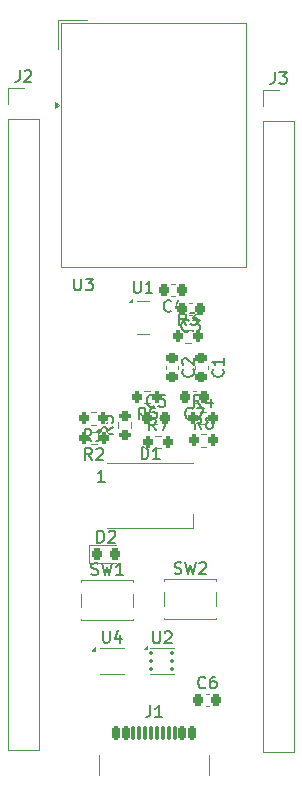
<source format=gto>
%TF.GenerationSoftware,KiCad,Pcbnew,8.0.3*%
%TF.CreationDate,2024-10-04T21:01:27+05:30*%
%TF.ProjectId,TP4056,54503430-3536-42e6-9b69-6361645f7063,rev?*%
%TF.SameCoordinates,Original*%
%TF.FileFunction,Legend,Top*%
%TF.FilePolarity,Positive*%
%FSLAX46Y46*%
G04 Gerber Fmt 4.6, Leading zero omitted, Abs format (unit mm)*
G04 Created by KiCad (PCBNEW 8.0.3) date 2024-10-04 21:01:27*
%MOMM*%
%LPD*%
G01*
G04 APERTURE LIST*
G04 Aperture macros list*
%AMRoundRect*
0 Rectangle with rounded corners*
0 $1 Rounding radius*
0 $2 $3 $4 $5 $6 $7 $8 $9 X,Y pos of 4 corners*
0 Add a 4 corners polygon primitive as box body*
4,1,4,$2,$3,$4,$5,$6,$7,$8,$9,$2,$3,0*
0 Add four circle primitives for the rounded corners*
1,1,$1+$1,$2,$3*
1,1,$1+$1,$4,$5*
1,1,$1+$1,$6,$7*
1,1,$1+$1,$8,$9*
0 Add four rect primitives between the rounded corners*
20,1,$1+$1,$2,$3,$4,$5,0*
20,1,$1+$1,$4,$5,$6,$7,0*
20,1,$1+$1,$6,$7,$8,$9,0*
20,1,$1+$1,$8,$9,$2,$3,0*%
%AMOutline5P*
0 Free polygon, 5 corners , with rotation*
0 The origin of the aperture is its center*
0 number of corners: always 5*
0 $1 to $10 corner X, Y*
0 $11 Rotation angle, in degrees counterclockwise*
0 create outline with 5 corners*
4,1,5,$1,$2,$3,$4,$5,$6,$7,$8,$9,$10,$1,$2,$11*%
%AMOutline6P*
0 Free polygon, 6 corners , with rotation*
0 The origin of the aperture is its center*
0 number of corners: always 6*
0 $1 to $12 corner X, Y*
0 $13 Rotation angle, in degrees counterclockwise*
0 create outline with 6 corners*
4,1,6,$1,$2,$3,$4,$5,$6,$7,$8,$9,$10,$11,$12,$1,$2,$13*%
%AMOutline7P*
0 Free polygon, 7 corners , with rotation*
0 The origin of the aperture is its center*
0 number of corners: always 7*
0 $1 to $14 corner X, Y*
0 $15 Rotation angle, in degrees counterclockwise*
0 create outline with 7 corners*
4,1,7,$1,$2,$3,$4,$5,$6,$7,$8,$9,$10,$11,$12,$13,$14,$1,$2,$15*%
%AMOutline8P*
0 Free polygon, 8 corners , with rotation*
0 The origin of the aperture is its center*
0 number of corners: always 8*
0 $1 to $16 corner X, Y*
0 $17 Rotation angle, in degrees counterclockwise*
0 create outline with 8 corners*
4,1,8,$1,$2,$3,$4,$5,$6,$7,$8,$9,$10,$11,$12,$13,$14,$15,$16,$1,$2,$17*%
G04 Aperture macros list end*
%ADD10C,0.150000*%
%ADD11C,0.120000*%
%ADD12RoundRect,0.225000X-0.250000X0.225000X-0.250000X-0.225000X0.250000X-0.225000X0.250000X0.225000X0*%
%ADD13RoundRect,0.200000X-0.200000X-0.275000X0.200000X-0.275000X0.200000X0.275000X-0.200000X0.275000X0*%
%ADD14RoundRect,0.200000X0.275000X-0.200000X0.275000X0.200000X-0.275000X0.200000X-0.275000X-0.200000X0*%
%ADD15R,0.600000X0.400000*%
%ADD16R,0.700000X1.600000*%
%ADD17RoundRect,0.200000X0.200000X0.275000X-0.200000X0.275000X-0.200000X-0.275000X0.200000X-0.275000X0*%
%ADD18R,1.050000X0.650000*%
%ADD19R,1.500000X0.900000*%
%ADD20RoundRect,0.218750X-0.218750X-0.256250X0.218750X-0.256250X0.218750X0.256250X-0.218750X0.256250X0*%
%ADD21RoundRect,0.225000X-0.225000X-0.250000X0.225000X-0.250000X0.225000X0.250000X-0.225000X0.250000X0*%
%ADD22R,1.700000X1.700000*%
%ADD23O,1.700000X1.700000*%
%ADD24RoundRect,0.225000X0.225000X0.250000X-0.225000X0.250000X-0.225000X-0.250000X0.225000X-0.250000X0*%
%ADD25R,0.800000X0.400000*%
%ADD26R,0.400000X0.800000*%
%ADD27Outline5P,-0.600000X0.204000X-0.204000X0.600000X0.600000X0.600000X0.600000X-0.600000X-0.600000X-0.600000X0.000000*%
%ADD28R,1.200000X1.200000*%
%ADD29R,0.800000X0.800000*%
%ADD30C,0.650000*%
%ADD31RoundRect,0.150000X-0.150000X-0.425000X0.150000X-0.425000X0.150000X0.425000X-0.150000X0.425000X0*%
%ADD32RoundRect,0.075000X-0.075000X-0.500000X0.075000X-0.500000X0.075000X0.500000X-0.075000X0.500000X0*%
%ADD33O,1.000000X2.100000*%
%ADD34O,1.000000X1.800000*%
%ADD35RoundRect,0.093750X-0.093750X-0.106250X0.093750X-0.106250X0.093750X0.106250X-0.093750X0.106250X0*%
%ADD36R,1.000000X1.600000*%
%ADD37R,0.625000X0.250000*%
%ADD38R,0.700000X0.450000*%
%ADD39R,0.575000X0.450000*%
G04 APERTURE END LIST*
D10*
X80624580Y-87141666D02*
X80672200Y-87189285D01*
X80672200Y-87189285D02*
X80719819Y-87332142D01*
X80719819Y-87332142D02*
X80719819Y-87427380D01*
X80719819Y-87427380D02*
X80672200Y-87570237D01*
X80672200Y-87570237D02*
X80576961Y-87665475D01*
X80576961Y-87665475D02*
X80481723Y-87713094D01*
X80481723Y-87713094D02*
X80291247Y-87760713D01*
X80291247Y-87760713D02*
X80148390Y-87760713D01*
X80148390Y-87760713D02*
X79957914Y-87713094D01*
X79957914Y-87713094D02*
X79862676Y-87665475D01*
X79862676Y-87665475D02*
X79767438Y-87570237D01*
X79767438Y-87570237D02*
X79719819Y-87427380D01*
X79719819Y-87427380D02*
X79719819Y-87332142D01*
X79719819Y-87332142D02*
X79767438Y-87189285D01*
X79767438Y-87189285D02*
X79815057Y-87141666D01*
X80719819Y-86189285D02*
X80719819Y-86760713D01*
X80719819Y-86474999D02*
X79719819Y-86474999D01*
X79719819Y-86474999D02*
X79862676Y-86570237D01*
X79862676Y-86570237D02*
X79957914Y-86665475D01*
X79957914Y-86665475D02*
X80005533Y-86760713D01*
X77533333Y-83374819D02*
X77200000Y-82898628D01*
X76961905Y-83374819D02*
X76961905Y-82374819D01*
X76961905Y-82374819D02*
X77342857Y-82374819D01*
X77342857Y-82374819D02*
X77438095Y-82422438D01*
X77438095Y-82422438D02*
X77485714Y-82470057D01*
X77485714Y-82470057D02*
X77533333Y-82565295D01*
X77533333Y-82565295D02*
X77533333Y-82708152D01*
X77533333Y-82708152D02*
X77485714Y-82803390D01*
X77485714Y-82803390D02*
X77438095Y-82851009D01*
X77438095Y-82851009D02*
X77342857Y-82898628D01*
X77342857Y-82898628D02*
X76961905Y-82898628D01*
X77866667Y-82374819D02*
X78485714Y-82374819D01*
X78485714Y-82374819D02*
X78152381Y-82755771D01*
X78152381Y-82755771D02*
X78295238Y-82755771D01*
X78295238Y-82755771D02*
X78390476Y-82803390D01*
X78390476Y-82803390D02*
X78438095Y-82851009D01*
X78438095Y-82851009D02*
X78485714Y-82946247D01*
X78485714Y-82946247D02*
X78485714Y-83184342D01*
X78485714Y-83184342D02*
X78438095Y-83279580D01*
X78438095Y-83279580D02*
X78390476Y-83327200D01*
X78390476Y-83327200D02*
X78295238Y-83374819D01*
X78295238Y-83374819D02*
X78009524Y-83374819D01*
X78009524Y-83374819D02*
X77914286Y-83327200D01*
X77914286Y-83327200D02*
X77866667Y-83279580D01*
X71349819Y-92041666D02*
X70873628Y-92374999D01*
X71349819Y-92613094D02*
X70349819Y-92613094D01*
X70349819Y-92613094D02*
X70349819Y-92232142D01*
X70349819Y-92232142D02*
X70397438Y-92136904D01*
X70397438Y-92136904D02*
X70445057Y-92089285D01*
X70445057Y-92089285D02*
X70540295Y-92041666D01*
X70540295Y-92041666D02*
X70683152Y-92041666D01*
X70683152Y-92041666D02*
X70778390Y-92089285D01*
X70778390Y-92089285D02*
X70826009Y-92136904D01*
X70826009Y-92136904D02*
X70873628Y-92232142D01*
X70873628Y-92232142D02*
X70873628Y-92613094D01*
X70349819Y-91136904D02*
X70349819Y-91613094D01*
X70349819Y-91613094D02*
X70826009Y-91660713D01*
X70826009Y-91660713D02*
X70778390Y-91613094D01*
X70778390Y-91613094D02*
X70730771Y-91517856D01*
X70730771Y-91517856D02*
X70730771Y-91279761D01*
X70730771Y-91279761D02*
X70778390Y-91184523D01*
X70778390Y-91184523D02*
X70826009Y-91136904D01*
X70826009Y-91136904D02*
X70921247Y-91089285D01*
X70921247Y-91089285D02*
X71159342Y-91089285D01*
X71159342Y-91089285D02*
X71254580Y-91136904D01*
X71254580Y-91136904D02*
X71302200Y-91184523D01*
X71302200Y-91184523D02*
X71349819Y-91279761D01*
X71349819Y-91279761D02*
X71349819Y-91517856D01*
X71349819Y-91517856D02*
X71302200Y-91613094D01*
X71302200Y-91613094D02*
X71254580Y-91660713D01*
X70490595Y-109279819D02*
X70490595Y-110089342D01*
X70490595Y-110089342D02*
X70538214Y-110184580D01*
X70538214Y-110184580D02*
X70585833Y-110232200D01*
X70585833Y-110232200D02*
X70681071Y-110279819D01*
X70681071Y-110279819D02*
X70871547Y-110279819D01*
X70871547Y-110279819D02*
X70966785Y-110232200D01*
X70966785Y-110232200D02*
X71014404Y-110184580D01*
X71014404Y-110184580D02*
X71062023Y-110089342D01*
X71062023Y-110089342D02*
X71062023Y-109279819D01*
X71966785Y-109613152D02*
X71966785Y-110279819D01*
X71728690Y-109232200D02*
X71490595Y-109946485D01*
X71490595Y-109946485D02*
X72109642Y-109946485D01*
X78808333Y-90299819D02*
X78475000Y-89823628D01*
X78236905Y-90299819D02*
X78236905Y-89299819D01*
X78236905Y-89299819D02*
X78617857Y-89299819D01*
X78617857Y-89299819D02*
X78713095Y-89347438D01*
X78713095Y-89347438D02*
X78760714Y-89395057D01*
X78760714Y-89395057D02*
X78808333Y-89490295D01*
X78808333Y-89490295D02*
X78808333Y-89633152D01*
X78808333Y-89633152D02*
X78760714Y-89728390D01*
X78760714Y-89728390D02*
X78713095Y-89776009D01*
X78713095Y-89776009D02*
X78617857Y-89823628D01*
X78617857Y-89823628D02*
X78236905Y-89823628D01*
X79665476Y-89633152D02*
X79665476Y-90299819D01*
X79427381Y-89252200D02*
X79189286Y-89966485D01*
X79189286Y-89966485D02*
X79808333Y-89966485D01*
X69558333Y-94809819D02*
X69225000Y-94333628D01*
X68986905Y-94809819D02*
X68986905Y-93809819D01*
X68986905Y-93809819D02*
X69367857Y-93809819D01*
X69367857Y-93809819D02*
X69463095Y-93857438D01*
X69463095Y-93857438D02*
X69510714Y-93905057D01*
X69510714Y-93905057D02*
X69558333Y-94000295D01*
X69558333Y-94000295D02*
X69558333Y-94143152D01*
X69558333Y-94143152D02*
X69510714Y-94238390D01*
X69510714Y-94238390D02*
X69463095Y-94286009D01*
X69463095Y-94286009D02*
X69367857Y-94333628D01*
X69367857Y-94333628D02*
X68986905Y-94333628D01*
X69939286Y-93905057D02*
X69986905Y-93857438D01*
X69986905Y-93857438D02*
X70082143Y-93809819D01*
X70082143Y-93809819D02*
X70320238Y-93809819D01*
X70320238Y-93809819D02*
X70415476Y-93857438D01*
X70415476Y-93857438D02*
X70463095Y-93905057D01*
X70463095Y-93905057D02*
X70510714Y-94000295D01*
X70510714Y-94000295D02*
X70510714Y-94095533D01*
X70510714Y-94095533D02*
X70463095Y-94238390D01*
X70463095Y-94238390D02*
X69891667Y-94809819D01*
X69891667Y-94809819D02*
X70510714Y-94809819D01*
X69516667Y-104507200D02*
X69659524Y-104554819D01*
X69659524Y-104554819D02*
X69897619Y-104554819D01*
X69897619Y-104554819D02*
X69992857Y-104507200D01*
X69992857Y-104507200D02*
X70040476Y-104459580D01*
X70040476Y-104459580D02*
X70088095Y-104364342D01*
X70088095Y-104364342D02*
X70088095Y-104269104D01*
X70088095Y-104269104D02*
X70040476Y-104173866D01*
X70040476Y-104173866D02*
X69992857Y-104126247D01*
X69992857Y-104126247D02*
X69897619Y-104078628D01*
X69897619Y-104078628D02*
X69707143Y-104031009D01*
X69707143Y-104031009D02*
X69611905Y-103983390D01*
X69611905Y-103983390D02*
X69564286Y-103935771D01*
X69564286Y-103935771D02*
X69516667Y-103840533D01*
X69516667Y-103840533D02*
X69516667Y-103745295D01*
X69516667Y-103745295D02*
X69564286Y-103650057D01*
X69564286Y-103650057D02*
X69611905Y-103602438D01*
X69611905Y-103602438D02*
X69707143Y-103554819D01*
X69707143Y-103554819D02*
X69945238Y-103554819D01*
X69945238Y-103554819D02*
X70088095Y-103602438D01*
X70421429Y-103554819D02*
X70659524Y-104554819D01*
X70659524Y-104554819D02*
X70850000Y-103840533D01*
X70850000Y-103840533D02*
X71040476Y-104554819D01*
X71040476Y-104554819D02*
X71278572Y-103554819D01*
X72183333Y-104554819D02*
X71611905Y-104554819D01*
X71897619Y-104554819D02*
X71897619Y-103554819D01*
X71897619Y-103554819D02*
X71802381Y-103697676D01*
X71802381Y-103697676D02*
X71707143Y-103792914D01*
X71707143Y-103792914D02*
X71611905Y-103840533D01*
X73761905Y-94754819D02*
X73761905Y-93754819D01*
X73761905Y-93754819D02*
X74000000Y-93754819D01*
X74000000Y-93754819D02*
X74142857Y-93802438D01*
X74142857Y-93802438D02*
X74238095Y-93897676D01*
X74238095Y-93897676D02*
X74285714Y-93992914D01*
X74285714Y-93992914D02*
X74333333Y-94183390D01*
X74333333Y-94183390D02*
X74333333Y-94326247D01*
X74333333Y-94326247D02*
X74285714Y-94516723D01*
X74285714Y-94516723D02*
X74238095Y-94611961D01*
X74238095Y-94611961D02*
X74142857Y-94707200D01*
X74142857Y-94707200D02*
X74000000Y-94754819D01*
X74000000Y-94754819D02*
X73761905Y-94754819D01*
X75285714Y-94754819D02*
X74714286Y-94754819D01*
X75000000Y-94754819D02*
X75000000Y-93754819D01*
X75000000Y-93754819D02*
X74904762Y-93897676D01*
X74904762Y-93897676D02*
X74809524Y-93992914D01*
X74809524Y-93992914D02*
X74714286Y-94040533D01*
X70635714Y-96654819D02*
X70064286Y-96654819D01*
X70350000Y-96654819D02*
X70350000Y-95654819D01*
X70350000Y-95654819D02*
X70254762Y-95797676D01*
X70254762Y-95797676D02*
X70159524Y-95892914D01*
X70159524Y-95892914D02*
X70064286Y-95940533D01*
X74968333Y-92289819D02*
X74635000Y-91813628D01*
X74396905Y-92289819D02*
X74396905Y-91289819D01*
X74396905Y-91289819D02*
X74777857Y-91289819D01*
X74777857Y-91289819D02*
X74873095Y-91337438D01*
X74873095Y-91337438D02*
X74920714Y-91385057D01*
X74920714Y-91385057D02*
X74968333Y-91480295D01*
X74968333Y-91480295D02*
X74968333Y-91623152D01*
X74968333Y-91623152D02*
X74920714Y-91718390D01*
X74920714Y-91718390D02*
X74873095Y-91766009D01*
X74873095Y-91766009D02*
X74777857Y-91813628D01*
X74777857Y-91813628D02*
X74396905Y-91813628D01*
X75301667Y-91289819D02*
X75968333Y-91289819D01*
X75968333Y-91289819D02*
X75539762Y-92289819D01*
X70024405Y-101799819D02*
X70024405Y-100799819D01*
X70024405Y-100799819D02*
X70262500Y-100799819D01*
X70262500Y-100799819D02*
X70405357Y-100847438D01*
X70405357Y-100847438D02*
X70500595Y-100942676D01*
X70500595Y-100942676D02*
X70548214Y-101037914D01*
X70548214Y-101037914D02*
X70595833Y-101228390D01*
X70595833Y-101228390D02*
X70595833Y-101371247D01*
X70595833Y-101371247D02*
X70548214Y-101561723D01*
X70548214Y-101561723D02*
X70500595Y-101656961D01*
X70500595Y-101656961D02*
X70405357Y-101752200D01*
X70405357Y-101752200D02*
X70262500Y-101799819D01*
X70262500Y-101799819D02*
X70024405Y-101799819D01*
X70976786Y-100895057D02*
X71024405Y-100847438D01*
X71024405Y-100847438D02*
X71119643Y-100799819D01*
X71119643Y-100799819D02*
X71357738Y-100799819D01*
X71357738Y-100799819D02*
X71452976Y-100847438D01*
X71452976Y-100847438D02*
X71500595Y-100895057D01*
X71500595Y-100895057D02*
X71548214Y-100990295D01*
X71548214Y-100990295D02*
X71548214Y-101085533D01*
X71548214Y-101085533D02*
X71500595Y-101228390D01*
X71500595Y-101228390D02*
X70929167Y-101799819D01*
X70929167Y-101799819D02*
X71548214Y-101799819D01*
X74798333Y-90204580D02*
X74750714Y-90252200D01*
X74750714Y-90252200D02*
X74607857Y-90299819D01*
X74607857Y-90299819D02*
X74512619Y-90299819D01*
X74512619Y-90299819D02*
X74369762Y-90252200D01*
X74369762Y-90252200D02*
X74274524Y-90156961D01*
X74274524Y-90156961D02*
X74226905Y-90061723D01*
X74226905Y-90061723D02*
X74179286Y-89871247D01*
X74179286Y-89871247D02*
X74179286Y-89728390D01*
X74179286Y-89728390D02*
X74226905Y-89537914D01*
X74226905Y-89537914D02*
X74274524Y-89442676D01*
X74274524Y-89442676D02*
X74369762Y-89347438D01*
X74369762Y-89347438D02*
X74512619Y-89299819D01*
X74512619Y-89299819D02*
X74607857Y-89299819D01*
X74607857Y-89299819D02*
X74750714Y-89347438D01*
X74750714Y-89347438D02*
X74798333Y-89395057D01*
X75703095Y-89299819D02*
X75226905Y-89299819D01*
X75226905Y-89299819D02*
X75179286Y-89776009D01*
X75179286Y-89776009D02*
X75226905Y-89728390D01*
X75226905Y-89728390D02*
X75322143Y-89680771D01*
X75322143Y-89680771D02*
X75560238Y-89680771D01*
X75560238Y-89680771D02*
X75655476Y-89728390D01*
X75655476Y-89728390D02*
X75703095Y-89776009D01*
X75703095Y-89776009D02*
X75750714Y-89871247D01*
X75750714Y-89871247D02*
X75750714Y-90109342D01*
X75750714Y-90109342D02*
X75703095Y-90204580D01*
X75703095Y-90204580D02*
X75655476Y-90252200D01*
X75655476Y-90252200D02*
X75560238Y-90299819D01*
X75560238Y-90299819D02*
X75322143Y-90299819D01*
X75322143Y-90299819D02*
X75226905Y-90252200D01*
X75226905Y-90252200D02*
X75179286Y-90204580D01*
X69508333Y-93184819D02*
X69175000Y-92708628D01*
X68936905Y-93184819D02*
X68936905Y-92184819D01*
X68936905Y-92184819D02*
X69317857Y-92184819D01*
X69317857Y-92184819D02*
X69413095Y-92232438D01*
X69413095Y-92232438D02*
X69460714Y-92280057D01*
X69460714Y-92280057D02*
X69508333Y-92375295D01*
X69508333Y-92375295D02*
X69508333Y-92518152D01*
X69508333Y-92518152D02*
X69460714Y-92613390D01*
X69460714Y-92613390D02*
X69413095Y-92661009D01*
X69413095Y-92661009D02*
X69317857Y-92708628D01*
X69317857Y-92708628D02*
X68936905Y-92708628D01*
X70460714Y-93184819D02*
X69889286Y-93184819D01*
X70175000Y-93184819D02*
X70175000Y-92184819D01*
X70175000Y-92184819D02*
X70079762Y-92327676D01*
X70079762Y-92327676D02*
X69984524Y-92422914D01*
X69984524Y-92422914D02*
X69889286Y-92470533D01*
X85041666Y-61949819D02*
X85041666Y-62664104D01*
X85041666Y-62664104D02*
X84994047Y-62806961D01*
X84994047Y-62806961D02*
X84898809Y-62902200D01*
X84898809Y-62902200D02*
X84755952Y-62949819D01*
X84755952Y-62949819D02*
X84660714Y-62949819D01*
X85422619Y-61949819D02*
X86041666Y-61949819D01*
X86041666Y-61949819D02*
X85708333Y-62330771D01*
X85708333Y-62330771D02*
X85851190Y-62330771D01*
X85851190Y-62330771D02*
X85946428Y-62378390D01*
X85946428Y-62378390D02*
X85994047Y-62426009D01*
X85994047Y-62426009D02*
X86041666Y-62521247D01*
X86041666Y-62521247D02*
X86041666Y-62759342D01*
X86041666Y-62759342D02*
X85994047Y-62854580D01*
X85994047Y-62854580D02*
X85946428Y-62902200D01*
X85946428Y-62902200D02*
X85851190Y-62949819D01*
X85851190Y-62949819D02*
X85565476Y-62949819D01*
X85565476Y-62949819D02*
X85470238Y-62902200D01*
X85470238Y-62902200D02*
X85422619Y-62854580D01*
X77758333Y-83839580D02*
X77710714Y-83887200D01*
X77710714Y-83887200D02*
X77567857Y-83934819D01*
X77567857Y-83934819D02*
X77472619Y-83934819D01*
X77472619Y-83934819D02*
X77329762Y-83887200D01*
X77329762Y-83887200D02*
X77234524Y-83791961D01*
X77234524Y-83791961D02*
X77186905Y-83696723D01*
X77186905Y-83696723D02*
X77139286Y-83506247D01*
X77139286Y-83506247D02*
X77139286Y-83363390D01*
X77139286Y-83363390D02*
X77186905Y-83172914D01*
X77186905Y-83172914D02*
X77234524Y-83077676D01*
X77234524Y-83077676D02*
X77329762Y-82982438D01*
X77329762Y-82982438D02*
X77472619Y-82934819D01*
X77472619Y-82934819D02*
X77567857Y-82934819D01*
X77567857Y-82934819D02*
X77710714Y-82982438D01*
X77710714Y-82982438D02*
X77758333Y-83030057D01*
X78091667Y-82934819D02*
X78710714Y-82934819D01*
X78710714Y-82934819D02*
X78377381Y-83315771D01*
X78377381Y-83315771D02*
X78520238Y-83315771D01*
X78520238Y-83315771D02*
X78615476Y-83363390D01*
X78615476Y-83363390D02*
X78663095Y-83411009D01*
X78663095Y-83411009D02*
X78710714Y-83506247D01*
X78710714Y-83506247D02*
X78710714Y-83744342D01*
X78710714Y-83744342D02*
X78663095Y-83839580D01*
X78663095Y-83839580D02*
X78615476Y-83887200D01*
X78615476Y-83887200D02*
X78520238Y-83934819D01*
X78520238Y-83934819D02*
X78234524Y-83934819D01*
X78234524Y-83934819D02*
X78139286Y-83887200D01*
X78139286Y-83887200D02*
X78091667Y-83839580D01*
X79158333Y-114054580D02*
X79110714Y-114102200D01*
X79110714Y-114102200D02*
X78967857Y-114149819D01*
X78967857Y-114149819D02*
X78872619Y-114149819D01*
X78872619Y-114149819D02*
X78729762Y-114102200D01*
X78729762Y-114102200D02*
X78634524Y-114006961D01*
X78634524Y-114006961D02*
X78586905Y-113911723D01*
X78586905Y-113911723D02*
X78539286Y-113721247D01*
X78539286Y-113721247D02*
X78539286Y-113578390D01*
X78539286Y-113578390D02*
X78586905Y-113387914D01*
X78586905Y-113387914D02*
X78634524Y-113292676D01*
X78634524Y-113292676D02*
X78729762Y-113197438D01*
X78729762Y-113197438D02*
X78872619Y-113149819D01*
X78872619Y-113149819D02*
X78967857Y-113149819D01*
X78967857Y-113149819D02*
X79110714Y-113197438D01*
X79110714Y-113197438D02*
X79158333Y-113245057D01*
X80015476Y-113149819D02*
X79825000Y-113149819D01*
X79825000Y-113149819D02*
X79729762Y-113197438D01*
X79729762Y-113197438D02*
X79682143Y-113245057D01*
X79682143Y-113245057D02*
X79586905Y-113387914D01*
X79586905Y-113387914D02*
X79539286Y-113578390D01*
X79539286Y-113578390D02*
X79539286Y-113959342D01*
X79539286Y-113959342D02*
X79586905Y-114054580D01*
X79586905Y-114054580D02*
X79634524Y-114102200D01*
X79634524Y-114102200D02*
X79729762Y-114149819D01*
X79729762Y-114149819D02*
X79920238Y-114149819D01*
X79920238Y-114149819D02*
X80015476Y-114102200D01*
X80015476Y-114102200D02*
X80063095Y-114054580D01*
X80063095Y-114054580D02*
X80110714Y-113959342D01*
X80110714Y-113959342D02*
X80110714Y-113721247D01*
X80110714Y-113721247D02*
X80063095Y-113626009D01*
X80063095Y-113626009D02*
X80015476Y-113578390D01*
X80015476Y-113578390D02*
X79920238Y-113530771D01*
X79920238Y-113530771D02*
X79729762Y-113530771D01*
X79729762Y-113530771D02*
X79634524Y-113578390D01*
X79634524Y-113578390D02*
X79586905Y-113626009D01*
X79586905Y-113626009D02*
X79539286Y-113721247D01*
X68063095Y-79454819D02*
X68063095Y-80264342D01*
X68063095Y-80264342D02*
X68110714Y-80359580D01*
X68110714Y-80359580D02*
X68158333Y-80407200D01*
X68158333Y-80407200D02*
X68253571Y-80454819D01*
X68253571Y-80454819D02*
X68444047Y-80454819D01*
X68444047Y-80454819D02*
X68539285Y-80407200D01*
X68539285Y-80407200D02*
X68586904Y-80359580D01*
X68586904Y-80359580D02*
X68634523Y-80264342D01*
X68634523Y-80264342D02*
X68634523Y-79454819D01*
X69015476Y-79454819D02*
X69634523Y-79454819D01*
X69634523Y-79454819D02*
X69301190Y-79835771D01*
X69301190Y-79835771D02*
X69444047Y-79835771D01*
X69444047Y-79835771D02*
X69539285Y-79883390D01*
X69539285Y-79883390D02*
X69586904Y-79931009D01*
X69586904Y-79931009D02*
X69634523Y-80026247D01*
X69634523Y-80026247D02*
X69634523Y-80264342D01*
X69634523Y-80264342D02*
X69586904Y-80359580D01*
X69586904Y-80359580D02*
X69539285Y-80407200D01*
X69539285Y-80407200D02*
X69444047Y-80454819D01*
X69444047Y-80454819D02*
X69158333Y-80454819D01*
X69158333Y-80454819D02*
X69063095Y-80407200D01*
X69063095Y-80407200D02*
X69015476Y-80359580D01*
X74073333Y-91384819D02*
X73740000Y-90908628D01*
X73501905Y-91384819D02*
X73501905Y-90384819D01*
X73501905Y-90384819D02*
X73882857Y-90384819D01*
X73882857Y-90384819D02*
X73978095Y-90432438D01*
X73978095Y-90432438D02*
X74025714Y-90480057D01*
X74025714Y-90480057D02*
X74073333Y-90575295D01*
X74073333Y-90575295D02*
X74073333Y-90718152D01*
X74073333Y-90718152D02*
X74025714Y-90813390D01*
X74025714Y-90813390D02*
X73978095Y-90861009D01*
X73978095Y-90861009D02*
X73882857Y-90908628D01*
X73882857Y-90908628D02*
X73501905Y-90908628D01*
X74930476Y-90384819D02*
X74740000Y-90384819D01*
X74740000Y-90384819D02*
X74644762Y-90432438D01*
X74644762Y-90432438D02*
X74597143Y-90480057D01*
X74597143Y-90480057D02*
X74501905Y-90622914D01*
X74501905Y-90622914D02*
X74454286Y-90813390D01*
X74454286Y-90813390D02*
X74454286Y-91194342D01*
X74454286Y-91194342D02*
X74501905Y-91289580D01*
X74501905Y-91289580D02*
X74549524Y-91337200D01*
X74549524Y-91337200D02*
X74644762Y-91384819D01*
X74644762Y-91384819D02*
X74835238Y-91384819D01*
X74835238Y-91384819D02*
X74930476Y-91337200D01*
X74930476Y-91337200D02*
X74978095Y-91289580D01*
X74978095Y-91289580D02*
X75025714Y-91194342D01*
X75025714Y-91194342D02*
X75025714Y-90956247D01*
X75025714Y-90956247D02*
X74978095Y-90861009D01*
X74978095Y-90861009D02*
X74930476Y-90813390D01*
X74930476Y-90813390D02*
X74835238Y-90765771D01*
X74835238Y-90765771D02*
X74644762Y-90765771D01*
X74644762Y-90765771D02*
X74549524Y-90813390D01*
X74549524Y-90813390D02*
X74501905Y-90861009D01*
X74501905Y-90861009D02*
X74454286Y-90956247D01*
X74491666Y-115569819D02*
X74491666Y-116284104D01*
X74491666Y-116284104D02*
X74444047Y-116426961D01*
X74444047Y-116426961D02*
X74348809Y-116522200D01*
X74348809Y-116522200D02*
X74205952Y-116569819D01*
X74205952Y-116569819D02*
X74110714Y-116569819D01*
X75491666Y-116569819D02*
X74920238Y-116569819D01*
X75205952Y-116569819D02*
X75205952Y-115569819D01*
X75205952Y-115569819D02*
X75110714Y-115712676D01*
X75110714Y-115712676D02*
X75015476Y-115807914D01*
X75015476Y-115807914D02*
X74920238Y-115855533D01*
X74725595Y-109329819D02*
X74725595Y-110139342D01*
X74725595Y-110139342D02*
X74773214Y-110234580D01*
X74773214Y-110234580D02*
X74820833Y-110282200D01*
X74820833Y-110282200D02*
X74916071Y-110329819D01*
X74916071Y-110329819D02*
X75106547Y-110329819D01*
X75106547Y-110329819D02*
X75201785Y-110282200D01*
X75201785Y-110282200D02*
X75249404Y-110234580D01*
X75249404Y-110234580D02*
X75297023Y-110139342D01*
X75297023Y-110139342D02*
X75297023Y-109329819D01*
X75725595Y-109425057D02*
X75773214Y-109377438D01*
X75773214Y-109377438D02*
X75868452Y-109329819D01*
X75868452Y-109329819D02*
X76106547Y-109329819D01*
X76106547Y-109329819D02*
X76201785Y-109377438D01*
X76201785Y-109377438D02*
X76249404Y-109425057D01*
X76249404Y-109425057D02*
X76297023Y-109520295D01*
X76297023Y-109520295D02*
X76297023Y-109615533D01*
X76297023Y-109615533D02*
X76249404Y-109758390D01*
X76249404Y-109758390D02*
X75677976Y-110329819D01*
X75677976Y-110329819D02*
X76297023Y-110329819D01*
X63441666Y-61799819D02*
X63441666Y-62514104D01*
X63441666Y-62514104D02*
X63394047Y-62656961D01*
X63394047Y-62656961D02*
X63298809Y-62752200D01*
X63298809Y-62752200D02*
X63155952Y-62799819D01*
X63155952Y-62799819D02*
X63060714Y-62799819D01*
X63870238Y-61895057D02*
X63917857Y-61847438D01*
X63917857Y-61847438D02*
X64013095Y-61799819D01*
X64013095Y-61799819D02*
X64251190Y-61799819D01*
X64251190Y-61799819D02*
X64346428Y-61847438D01*
X64346428Y-61847438D02*
X64394047Y-61895057D01*
X64394047Y-61895057D02*
X64441666Y-61990295D01*
X64441666Y-61990295D02*
X64441666Y-62085533D01*
X64441666Y-62085533D02*
X64394047Y-62228390D01*
X64394047Y-62228390D02*
X63822619Y-62799819D01*
X63822619Y-62799819D02*
X64441666Y-62799819D01*
X78083333Y-91289580D02*
X78035714Y-91337200D01*
X78035714Y-91337200D02*
X77892857Y-91384819D01*
X77892857Y-91384819D02*
X77797619Y-91384819D01*
X77797619Y-91384819D02*
X77654762Y-91337200D01*
X77654762Y-91337200D02*
X77559524Y-91241961D01*
X77559524Y-91241961D02*
X77511905Y-91146723D01*
X77511905Y-91146723D02*
X77464286Y-90956247D01*
X77464286Y-90956247D02*
X77464286Y-90813390D01*
X77464286Y-90813390D02*
X77511905Y-90622914D01*
X77511905Y-90622914D02*
X77559524Y-90527676D01*
X77559524Y-90527676D02*
X77654762Y-90432438D01*
X77654762Y-90432438D02*
X77797619Y-90384819D01*
X77797619Y-90384819D02*
X77892857Y-90384819D01*
X77892857Y-90384819D02*
X78035714Y-90432438D01*
X78035714Y-90432438D02*
X78083333Y-90480057D01*
X78416667Y-90384819D02*
X79083333Y-90384819D01*
X79083333Y-90384819D02*
X78654762Y-91384819D01*
X78833333Y-92174819D02*
X78500000Y-91698628D01*
X78261905Y-92174819D02*
X78261905Y-91174819D01*
X78261905Y-91174819D02*
X78642857Y-91174819D01*
X78642857Y-91174819D02*
X78738095Y-91222438D01*
X78738095Y-91222438D02*
X78785714Y-91270057D01*
X78785714Y-91270057D02*
X78833333Y-91365295D01*
X78833333Y-91365295D02*
X78833333Y-91508152D01*
X78833333Y-91508152D02*
X78785714Y-91603390D01*
X78785714Y-91603390D02*
X78738095Y-91651009D01*
X78738095Y-91651009D02*
X78642857Y-91698628D01*
X78642857Y-91698628D02*
X78261905Y-91698628D01*
X79404762Y-91603390D02*
X79309524Y-91555771D01*
X79309524Y-91555771D02*
X79261905Y-91508152D01*
X79261905Y-91508152D02*
X79214286Y-91412914D01*
X79214286Y-91412914D02*
X79214286Y-91365295D01*
X79214286Y-91365295D02*
X79261905Y-91270057D01*
X79261905Y-91270057D02*
X79309524Y-91222438D01*
X79309524Y-91222438D02*
X79404762Y-91174819D01*
X79404762Y-91174819D02*
X79595238Y-91174819D01*
X79595238Y-91174819D02*
X79690476Y-91222438D01*
X79690476Y-91222438D02*
X79738095Y-91270057D01*
X79738095Y-91270057D02*
X79785714Y-91365295D01*
X79785714Y-91365295D02*
X79785714Y-91412914D01*
X79785714Y-91412914D02*
X79738095Y-91508152D01*
X79738095Y-91508152D02*
X79690476Y-91555771D01*
X79690476Y-91555771D02*
X79595238Y-91603390D01*
X79595238Y-91603390D02*
X79404762Y-91603390D01*
X79404762Y-91603390D02*
X79309524Y-91651009D01*
X79309524Y-91651009D02*
X79261905Y-91698628D01*
X79261905Y-91698628D02*
X79214286Y-91793866D01*
X79214286Y-91793866D02*
X79214286Y-91984342D01*
X79214286Y-91984342D02*
X79261905Y-92079580D01*
X79261905Y-92079580D02*
X79309524Y-92127200D01*
X79309524Y-92127200D02*
X79404762Y-92174819D01*
X79404762Y-92174819D02*
X79595238Y-92174819D01*
X79595238Y-92174819D02*
X79690476Y-92127200D01*
X79690476Y-92127200D02*
X79738095Y-92079580D01*
X79738095Y-92079580D02*
X79785714Y-91984342D01*
X79785714Y-91984342D02*
X79785714Y-91793866D01*
X79785714Y-91793866D02*
X79738095Y-91698628D01*
X79738095Y-91698628D02*
X79690476Y-91651009D01*
X79690476Y-91651009D02*
X79595238Y-91603390D01*
X76566667Y-104407200D02*
X76709524Y-104454819D01*
X76709524Y-104454819D02*
X76947619Y-104454819D01*
X76947619Y-104454819D02*
X77042857Y-104407200D01*
X77042857Y-104407200D02*
X77090476Y-104359580D01*
X77090476Y-104359580D02*
X77138095Y-104264342D01*
X77138095Y-104264342D02*
X77138095Y-104169104D01*
X77138095Y-104169104D02*
X77090476Y-104073866D01*
X77090476Y-104073866D02*
X77042857Y-104026247D01*
X77042857Y-104026247D02*
X76947619Y-103978628D01*
X76947619Y-103978628D02*
X76757143Y-103931009D01*
X76757143Y-103931009D02*
X76661905Y-103883390D01*
X76661905Y-103883390D02*
X76614286Y-103835771D01*
X76614286Y-103835771D02*
X76566667Y-103740533D01*
X76566667Y-103740533D02*
X76566667Y-103645295D01*
X76566667Y-103645295D02*
X76614286Y-103550057D01*
X76614286Y-103550057D02*
X76661905Y-103502438D01*
X76661905Y-103502438D02*
X76757143Y-103454819D01*
X76757143Y-103454819D02*
X76995238Y-103454819D01*
X76995238Y-103454819D02*
X77138095Y-103502438D01*
X77471429Y-103454819D02*
X77709524Y-104454819D01*
X77709524Y-104454819D02*
X77900000Y-103740533D01*
X77900000Y-103740533D02*
X78090476Y-104454819D01*
X78090476Y-104454819D02*
X78328572Y-103454819D01*
X78661905Y-103550057D02*
X78709524Y-103502438D01*
X78709524Y-103502438D02*
X78804762Y-103454819D01*
X78804762Y-103454819D02*
X79042857Y-103454819D01*
X79042857Y-103454819D02*
X79138095Y-103502438D01*
X79138095Y-103502438D02*
X79185714Y-103550057D01*
X79185714Y-103550057D02*
X79233333Y-103645295D01*
X79233333Y-103645295D02*
X79233333Y-103740533D01*
X79233333Y-103740533D02*
X79185714Y-103883390D01*
X79185714Y-103883390D02*
X78614286Y-104454819D01*
X78614286Y-104454819D02*
X79233333Y-104454819D01*
X78114580Y-87141666D02*
X78162200Y-87189285D01*
X78162200Y-87189285D02*
X78209819Y-87332142D01*
X78209819Y-87332142D02*
X78209819Y-87427380D01*
X78209819Y-87427380D02*
X78162200Y-87570237D01*
X78162200Y-87570237D02*
X78066961Y-87665475D01*
X78066961Y-87665475D02*
X77971723Y-87713094D01*
X77971723Y-87713094D02*
X77781247Y-87760713D01*
X77781247Y-87760713D02*
X77638390Y-87760713D01*
X77638390Y-87760713D02*
X77447914Y-87713094D01*
X77447914Y-87713094D02*
X77352676Y-87665475D01*
X77352676Y-87665475D02*
X77257438Y-87570237D01*
X77257438Y-87570237D02*
X77209819Y-87427380D01*
X77209819Y-87427380D02*
X77209819Y-87332142D01*
X77209819Y-87332142D02*
X77257438Y-87189285D01*
X77257438Y-87189285D02*
X77305057Y-87141666D01*
X77305057Y-86760713D02*
X77257438Y-86713094D01*
X77257438Y-86713094D02*
X77209819Y-86617856D01*
X77209819Y-86617856D02*
X77209819Y-86379761D01*
X77209819Y-86379761D02*
X77257438Y-86284523D01*
X77257438Y-86284523D02*
X77305057Y-86236904D01*
X77305057Y-86236904D02*
X77400295Y-86189285D01*
X77400295Y-86189285D02*
X77495533Y-86189285D01*
X77495533Y-86189285D02*
X77638390Y-86236904D01*
X77638390Y-86236904D02*
X78209819Y-86808332D01*
X78209819Y-86808332D02*
X78209819Y-86189285D01*
X76258333Y-82189580D02*
X76210714Y-82237200D01*
X76210714Y-82237200D02*
X76067857Y-82284819D01*
X76067857Y-82284819D02*
X75972619Y-82284819D01*
X75972619Y-82284819D02*
X75829762Y-82237200D01*
X75829762Y-82237200D02*
X75734524Y-82141961D01*
X75734524Y-82141961D02*
X75686905Y-82046723D01*
X75686905Y-82046723D02*
X75639286Y-81856247D01*
X75639286Y-81856247D02*
X75639286Y-81713390D01*
X75639286Y-81713390D02*
X75686905Y-81522914D01*
X75686905Y-81522914D02*
X75734524Y-81427676D01*
X75734524Y-81427676D02*
X75829762Y-81332438D01*
X75829762Y-81332438D02*
X75972619Y-81284819D01*
X75972619Y-81284819D02*
X76067857Y-81284819D01*
X76067857Y-81284819D02*
X76210714Y-81332438D01*
X76210714Y-81332438D02*
X76258333Y-81380057D01*
X77115476Y-81618152D02*
X77115476Y-82284819D01*
X76877381Y-81237200D02*
X76639286Y-81951485D01*
X76639286Y-81951485D02*
X77258333Y-81951485D01*
X73100595Y-79664819D02*
X73100595Y-80474342D01*
X73100595Y-80474342D02*
X73148214Y-80569580D01*
X73148214Y-80569580D02*
X73195833Y-80617200D01*
X73195833Y-80617200D02*
X73291071Y-80664819D01*
X73291071Y-80664819D02*
X73481547Y-80664819D01*
X73481547Y-80664819D02*
X73576785Y-80617200D01*
X73576785Y-80617200D02*
X73624404Y-80569580D01*
X73624404Y-80569580D02*
X73672023Y-80474342D01*
X73672023Y-80474342D02*
X73672023Y-79664819D01*
X74672023Y-80664819D02*
X74100595Y-80664819D01*
X74386309Y-80664819D02*
X74386309Y-79664819D01*
X74386309Y-79664819D02*
X74291071Y-79807676D01*
X74291071Y-79807676D02*
X74195833Y-79902914D01*
X74195833Y-79902914D02*
X74100595Y-79950533D01*
D11*
%TO.C,C1*%
X78325000Y-86834420D02*
X78325000Y-87115580D01*
X79345000Y-86834420D02*
X79345000Y-87115580D01*
%TO.C,R3*%
X77462742Y-83827500D02*
X77937258Y-83827500D01*
X77462742Y-84872500D02*
X77937258Y-84872500D01*
%TO.C,R5*%
X71802500Y-92112258D02*
X71802500Y-91637742D01*
X72847500Y-92112258D02*
X72847500Y-91637742D01*
%TO.C,U4*%
X70252500Y-112935000D02*
X72252500Y-112935000D01*
X72252500Y-110715000D02*
X70252500Y-110715000D01*
X69812500Y-110965000D02*
X69532500Y-110965000D01*
X69812500Y-110685000D01*
X69812500Y-110965000D01*
G36*
X69812500Y-110965000D02*
G01*
X69532500Y-110965000D01*
X69812500Y-110685000D01*
X69812500Y-110965000D01*
G37*
%TO.C,R4*%
X78737742Y-90752500D02*
X79212258Y-90752500D01*
X78737742Y-91797500D02*
X79212258Y-91797500D01*
%TO.C,R2*%
X69962258Y-92402500D02*
X69487742Y-92402500D01*
X69962258Y-93447500D02*
X69487742Y-93447500D01*
%TO.C,SW1*%
X68650000Y-105000000D02*
X68650000Y-105120000D01*
X68650000Y-106130000D02*
X68650000Y-107270000D01*
X68650000Y-108280000D02*
X68650000Y-108400000D01*
X68650000Y-108400000D02*
X73050000Y-108400000D01*
X73050000Y-105000000D02*
X68650000Y-105000000D01*
X73050000Y-105120000D02*
X73050000Y-105000000D01*
X73050000Y-107270000D02*
X73050000Y-106130000D01*
X73050000Y-108400000D02*
X73050000Y-108280000D01*
%TO.C,D1*%
X70850000Y-95050000D02*
X78150000Y-95050000D01*
X70850000Y-100550000D02*
X78150000Y-100550000D01*
X78150000Y-100550000D02*
X78150000Y-99400000D01*
%TO.C,R7*%
X74897742Y-92742500D02*
X75372258Y-92742500D01*
X74897742Y-93787500D02*
X75372258Y-93787500D01*
%TO.C,D2*%
X69277500Y-102040000D02*
X69277500Y-103510000D01*
X69277500Y-103510000D02*
X71562500Y-103510000D01*
X71562500Y-102040000D02*
X69277500Y-102040000D01*
%TO.C,C5*%
X74824420Y-90765000D02*
X75105580Y-90765000D01*
X74824420Y-91785000D02*
X75105580Y-91785000D01*
%TO.C,R1*%
X69912258Y-90777500D02*
X69437742Y-90777500D01*
X69912258Y-91822500D02*
X69437742Y-91822500D01*
%TO.C,J3*%
X84045000Y-63495000D02*
X85375000Y-63495000D01*
X84045000Y-64825000D02*
X84045000Y-63495000D01*
X84045000Y-66095000D02*
X84045000Y-119495000D01*
X84045000Y-66095000D02*
X86705000Y-66095000D01*
X84045000Y-119495000D02*
X86705000Y-119495000D01*
X86705000Y-66095000D02*
X86705000Y-119495000D01*
%TO.C,C3*%
X78065580Y-81540000D02*
X77784420Y-81540000D01*
X78065580Y-82560000D02*
X77784420Y-82560000D01*
%TO.C,C6*%
X79184420Y-114615000D02*
X79465580Y-114615000D01*
X79184420Y-115635000D02*
X79465580Y-115635000D01*
%TO.C,U3*%
X66700000Y-57550000D02*
X66700000Y-60000000D01*
X66700000Y-57550000D02*
X69150000Y-57550000D01*
X66975000Y-57800000D02*
X82575000Y-57800000D01*
X66975000Y-78500000D02*
X66975000Y-57800000D01*
X82575000Y-57800000D02*
X82575000Y-78500000D01*
X82575000Y-78500000D02*
X66975000Y-78500000D01*
X66800000Y-64750000D02*
X66464000Y-64990000D01*
X66464000Y-64510000D01*
X66800000Y-64750000D01*
G36*
X66800000Y-64750000D02*
G01*
X66464000Y-64990000D01*
X66464000Y-64510000D01*
X66800000Y-64750000D01*
G37*
%TO.C,R6*%
X74477258Y-88977500D02*
X74002742Y-88977500D01*
X74477258Y-90022500D02*
X74002742Y-90022500D01*
%TO.C,J1*%
X70155000Y-121515000D02*
X70155000Y-119815000D01*
X79495000Y-121515000D02*
X79495000Y-119815000D01*
%TO.C,U2*%
X74487500Y-110715000D02*
X76487500Y-110715000D01*
X74487500Y-112935000D02*
X76487500Y-112935000D01*
X74247500Y-110815000D02*
X73967500Y-110815000D01*
X74247500Y-110535000D01*
X74247500Y-110815000D01*
G36*
X74247500Y-110815000D02*
G01*
X73967500Y-110815000D01*
X74247500Y-110535000D01*
X74247500Y-110815000D01*
G37*
%TO.C,J2*%
X62445000Y-63345000D02*
X63775000Y-63345000D01*
X62445000Y-64675000D02*
X62445000Y-63345000D01*
X62445000Y-65945000D02*
X62445000Y-119345000D01*
X62445000Y-65945000D02*
X65105000Y-65945000D01*
X62445000Y-119345000D02*
X65105000Y-119345000D01*
X65105000Y-65945000D02*
X65105000Y-119345000D01*
%TO.C,C7*%
X78390580Y-88990000D02*
X78109420Y-88990000D01*
X78390580Y-90010000D02*
X78109420Y-90010000D01*
%TO.C,R8*%
X78762742Y-92627500D02*
X79237258Y-92627500D01*
X78762742Y-93672500D02*
X79237258Y-93672500D01*
%TO.C,SW2*%
X75700000Y-104900000D02*
X75700000Y-105020000D01*
X75700000Y-106030000D02*
X75700000Y-107170000D01*
X75700000Y-108180000D02*
X75700000Y-108300000D01*
X75700000Y-108300000D02*
X80100000Y-108300000D01*
X80100000Y-104900000D02*
X75700000Y-104900000D01*
X80100000Y-105020000D02*
X80100000Y-104900000D01*
X80100000Y-107170000D02*
X80100000Y-106030000D01*
X80100000Y-108300000D02*
X80100000Y-108180000D01*
%TO.C,C2*%
X75815000Y-86834420D02*
X75815000Y-87115580D01*
X76835000Y-86834420D02*
X76835000Y-87115580D01*
%TO.C,C4*%
X76565580Y-79890000D02*
X76284420Y-79890000D01*
X76565580Y-80910000D02*
X76284420Y-80910000D01*
%TO.C,U1*%
X74362500Y-81390000D02*
X73362500Y-81390000D01*
X74362500Y-84110000D02*
X73362500Y-84110000D01*
X72972500Y-81440000D02*
X72692500Y-81440000D01*
X72972500Y-81160000D01*
X72972500Y-81440000D01*
G36*
X72972500Y-81440000D02*
G01*
X72692500Y-81440000D01*
X72972500Y-81160000D01*
X72972500Y-81440000D01*
G37*
%TD*%
%LPC*%
D12*
%TO.C,C1*%
X78835000Y-86200000D03*
X78835000Y-87750000D03*
%TD*%
D13*
%TO.C,R3*%
X76875000Y-84350000D03*
X78525000Y-84350000D03*
%TD*%
D14*
%TO.C,R5*%
X72325000Y-92700000D03*
X72325000Y-91050000D03*
%TD*%
D15*
%TO.C,U4*%
X70302500Y-111350000D03*
X70302500Y-112300000D03*
X72202500Y-112300000D03*
X72202500Y-111350000D03*
D16*
X71252500Y-111825000D03*
%TD*%
D13*
%TO.C,R4*%
X78150000Y-91275000D03*
X79800000Y-91275000D03*
%TD*%
D17*
%TO.C,R2*%
X70550000Y-92925000D03*
X68900000Y-92925000D03*
%TD*%
D18*
%TO.C,SW1*%
X68775000Y-105625000D03*
X72925000Y-105625000D03*
X68775000Y-107775000D03*
X72925000Y-107775000D03*
%TD*%
D19*
%TO.C,D1*%
X72050000Y-96150000D03*
X72050000Y-99450000D03*
X76950000Y-99450000D03*
X76950000Y-96150000D03*
%TD*%
D13*
%TO.C,R7*%
X74310000Y-93265000D03*
X75960000Y-93265000D03*
%TD*%
D20*
%TO.C,D2*%
X69975000Y-102775000D03*
X71550000Y-102775000D03*
%TD*%
D21*
%TO.C,C5*%
X74190000Y-91275000D03*
X75740000Y-91275000D03*
%TD*%
D17*
%TO.C,R1*%
X70500000Y-91300000D03*
X68850000Y-91300000D03*
%TD*%
D22*
%TO.C,J3*%
X85375000Y-64825000D03*
D23*
X85375000Y-67365000D03*
X85375000Y-69905000D03*
X85375000Y-72445000D03*
X85375000Y-74985000D03*
X85375000Y-77525000D03*
X85375000Y-80065000D03*
X85375000Y-82605000D03*
X85375000Y-85145000D03*
X85375000Y-87685000D03*
X85375000Y-90225000D03*
X85375000Y-92765000D03*
X85375000Y-95305000D03*
X85375000Y-97845000D03*
X85375000Y-100385000D03*
X85375000Y-102925000D03*
X85375000Y-105465000D03*
X85375000Y-108005000D03*
X85375000Y-110545000D03*
X85375000Y-113085000D03*
X85375000Y-115625000D03*
X85375000Y-118165000D03*
%TD*%
D24*
%TO.C,C3*%
X78700000Y-82050000D03*
X77150000Y-82050000D03*
%TD*%
D21*
%TO.C,C6*%
X78550000Y-115125000D03*
X80100000Y-115125000D03*
%TD*%
D25*
%TO.C,U3*%
X67775000Y-64750000D03*
X67775000Y-65600000D03*
X67775000Y-66450000D03*
X67775000Y-67300000D03*
X67775000Y-68150000D03*
X67775000Y-69000000D03*
X67775000Y-69850000D03*
X67775000Y-70700000D03*
X67775000Y-71550000D03*
X67775000Y-72400000D03*
X67775000Y-73250000D03*
X67775000Y-74100000D03*
X67775000Y-74950000D03*
X67775000Y-75800000D03*
X67775000Y-76650000D03*
D26*
X68825000Y-77700000D03*
X69675000Y-77700000D03*
X70525000Y-77700000D03*
X71375000Y-77700000D03*
X72225000Y-77700000D03*
X73075000Y-77700000D03*
X73925000Y-77700000D03*
X74775000Y-77700000D03*
X75625000Y-77700000D03*
X76475000Y-77700000D03*
X77325000Y-77700000D03*
X78175000Y-77700000D03*
X79025000Y-77700000D03*
X79875000Y-77700000D03*
X80725000Y-77700000D03*
D25*
X81775000Y-76650000D03*
X81775000Y-75800000D03*
X81775000Y-74950000D03*
X81775000Y-74100000D03*
X81775000Y-73250000D03*
X81775000Y-72400000D03*
X81775000Y-71550000D03*
X81775000Y-70700000D03*
X81775000Y-69850000D03*
X81775000Y-69000000D03*
X81775000Y-68150000D03*
X81775000Y-67300000D03*
X81775000Y-66450000D03*
X81775000Y-65600000D03*
X81775000Y-64750000D03*
D26*
X80725000Y-63700000D03*
X79875000Y-63700000D03*
X79025000Y-63700000D03*
X78175000Y-63700000D03*
X77325000Y-63700000D03*
X76475000Y-63700000D03*
X75625000Y-63700000D03*
X74775000Y-63700000D03*
X73925000Y-63700000D03*
X73075000Y-63700000D03*
X72225000Y-63700000D03*
X71375000Y-63700000D03*
X70525000Y-63700000D03*
X69675000Y-63700000D03*
X68825000Y-63700000D03*
D27*
X73125000Y-69050000D03*
D28*
X73125000Y-70700000D03*
X73125000Y-72350000D03*
X74775000Y-69050000D03*
X74775000Y-70700000D03*
X74775000Y-72350000D03*
X76425000Y-69050000D03*
X76425000Y-70700000D03*
X76425000Y-72350000D03*
D29*
X67775000Y-63700000D03*
X67775000Y-77700000D03*
X81775000Y-77700000D03*
X81775000Y-63700000D03*
%TD*%
D17*
%TO.C,R6*%
X75065000Y-89500000D03*
X73415000Y-89500000D03*
%TD*%
D30*
%TO.C,J1*%
X71935000Y-119010000D03*
X77715000Y-119010000D03*
D31*
X71625000Y-117935000D03*
X72425000Y-117935000D03*
D32*
X73575000Y-117935000D03*
X74575000Y-117935000D03*
X75075000Y-117935000D03*
X76075000Y-117935000D03*
D31*
X77225000Y-117935000D03*
X78025000Y-117935000D03*
X78025000Y-117935000D03*
X77225000Y-117935000D03*
D32*
X76575000Y-117935000D03*
X75575000Y-117935000D03*
X74075000Y-117935000D03*
X73075000Y-117935000D03*
D31*
X72425000Y-117935000D03*
X71625000Y-117935000D03*
D33*
X70505000Y-118510000D03*
D34*
X70505000Y-122690000D03*
D33*
X79145000Y-118510000D03*
D34*
X79145000Y-122690000D03*
%TD*%
D35*
%TO.C,U2*%
X74600000Y-111175000D03*
X74600000Y-111825000D03*
X74600000Y-112475000D03*
X76375000Y-112475000D03*
X76375000Y-111825000D03*
X76375000Y-111175000D03*
D36*
X75487500Y-111825000D03*
%TD*%
D22*
%TO.C,J2*%
X63775000Y-64675000D03*
D23*
X63775000Y-67215000D03*
X63775000Y-69755000D03*
X63775000Y-72295000D03*
X63775000Y-74835000D03*
X63775000Y-77375000D03*
X63775000Y-79915000D03*
X63775000Y-82455000D03*
X63775000Y-84995000D03*
X63775000Y-87535000D03*
X63775000Y-90075000D03*
X63775000Y-92615000D03*
X63775000Y-95155000D03*
X63775000Y-97695000D03*
X63775000Y-100235000D03*
X63775000Y-102775000D03*
X63775000Y-105315000D03*
X63775000Y-107855000D03*
X63775000Y-110395000D03*
X63775000Y-112935000D03*
X63775000Y-115475000D03*
X63775000Y-118015000D03*
%TD*%
D24*
%TO.C,C7*%
X79025000Y-89500000D03*
X77475000Y-89500000D03*
%TD*%
D13*
%TO.C,R8*%
X78175000Y-93150000D03*
X79825000Y-93150000D03*
%TD*%
D18*
%TO.C,SW2*%
X75825000Y-105525000D03*
X79975000Y-105525000D03*
X75825000Y-107675000D03*
X79975000Y-107675000D03*
%TD*%
D12*
%TO.C,C2*%
X76325000Y-86200000D03*
X76325000Y-87750000D03*
%TD*%
D24*
%TO.C,C4*%
X77200000Y-80400000D03*
X75650000Y-80400000D03*
%TD*%
D37*
%TO.C,U1*%
X73475000Y-81750000D03*
X73475000Y-82250000D03*
D38*
X73512500Y-82750000D03*
D37*
X73475000Y-83250000D03*
X73475000Y-83750000D03*
X74250000Y-83750000D03*
X74250000Y-83250000D03*
D39*
X74275000Y-82750000D03*
D37*
X74250000Y-82250000D03*
X74250000Y-81750000D03*
%TD*%
%LPD*%
M02*

</source>
